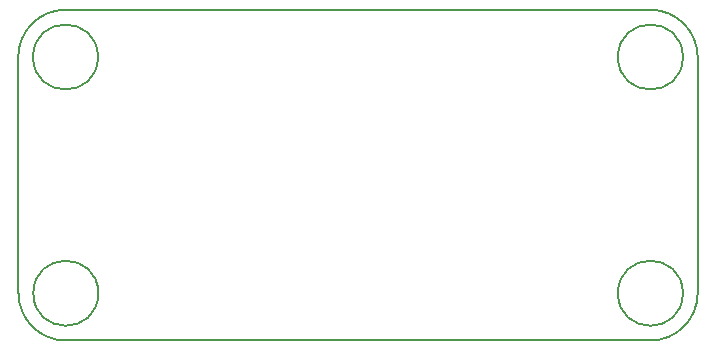
<source format=gbr>
%TF.GenerationSoftware,KiCad,Pcbnew,8.0.5*%
%TF.CreationDate,2024-12-15T17:36:27-06:00*%
%TF.ProjectId,Relay_Boards.V1,52656c61-795f-4426-9f61-7264732e5631,rev?*%
%TF.SameCoordinates,Original*%
%TF.FileFunction,Profile,NP*%
%FSLAX46Y46*%
G04 Gerber Fmt 4.6, Leading zero omitted, Abs format (unit mm)*
G04 Created by KiCad (PCBNEW 8.0.5) date 2024-12-15 17:36:27*
%MOMM*%
%LPD*%
G01*
G04 APERTURE LIST*
%TA.AperFunction,Profile*%
%ADD10C,0.200000*%
%TD*%
G04 APERTURE END LIST*
D10*
X140500000Y-80250000D02*
X140500000Y-100250000D01*
X87000000Y-104250000D02*
G75*
G02*
X83000000Y-100250000I0J4000000D01*
G01*
X87000000Y-104250000D02*
X136500000Y-104250000D01*
X89750000Y-100250000D02*
G75*
G02*
X84250000Y-100250000I-2750000J0D01*
G01*
X84250000Y-100250000D02*
G75*
G02*
X89750000Y-100250000I2750000J0D01*
G01*
X87000000Y-76250000D02*
X136500000Y-76250000D01*
X89725000Y-80250000D02*
G75*
G02*
X84225000Y-80250000I-2750000J0D01*
G01*
X84225000Y-80250000D02*
G75*
G02*
X89725000Y-80250000I2750000J0D01*
G01*
X82975000Y-80250000D02*
G75*
G02*
X86975000Y-76250000I4000000J0D01*
G01*
X139250000Y-80250000D02*
G75*
G02*
X133750000Y-80250000I-2750000J0D01*
G01*
X133750000Y-80250000D02*
G75*
G02*
X139250000Y-80250000I2750000J0D01*
G01*
X140500000Y-100250000D02*
G75*
G02*
X136500000Y-104250000I-4000000J0D01*
G01*
X136500000Y-76250000D02*
G75*
G02*
X140500000Y-80250000I0J-4000000D01*
G01*
X139250000Y-100250000D02*
G75*
G02*
X133750000Y-100250000I-2750000J0D01*
G01*
X133750000Y-100250000D02*
G75*
G02*
X139250000Y-100250000I2750000J0D01*
G01*
X82975000Y-80250000D02*
X82975000Y-100250000D01*
M02*

</source>
